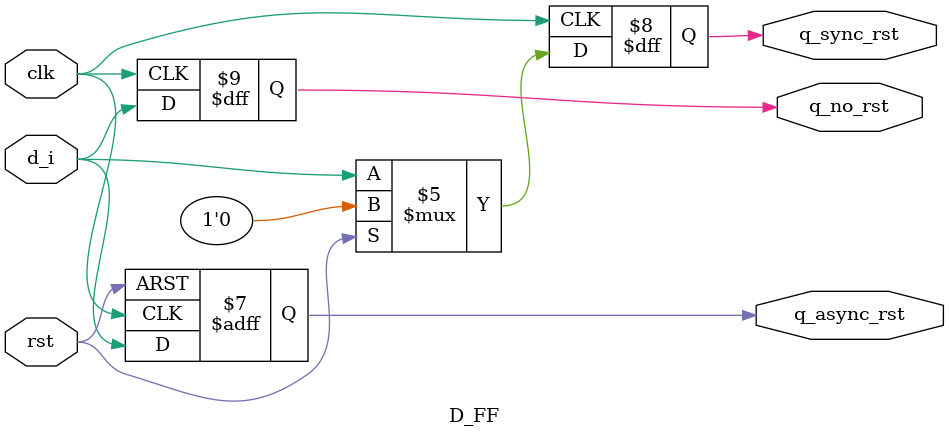
<source format=v>
`timescale 1ns / 1ps


module D_FF(
    input clk,
    input rst,
    input d_i,
    output reg q_no_rst,
    output reg q_sync_rst,
    output reg q_async_rst
    );
    
    // No reset mode
  always @(posedge clk)
    q_no_rst <= d_i;

  // Sync reset mode
  always @(posedge clk)
    if (rst)
      q_sync_rst <= 1'b0;
    else
      q_sync_rst <= d_i;

  // Async reset mode
  always @(posedge clk or posedge rst)
    if (rst)
      q_async_rst <= 1'b0;
    else
      q_async_rst <= d_i;
      
endmodule

</source>
